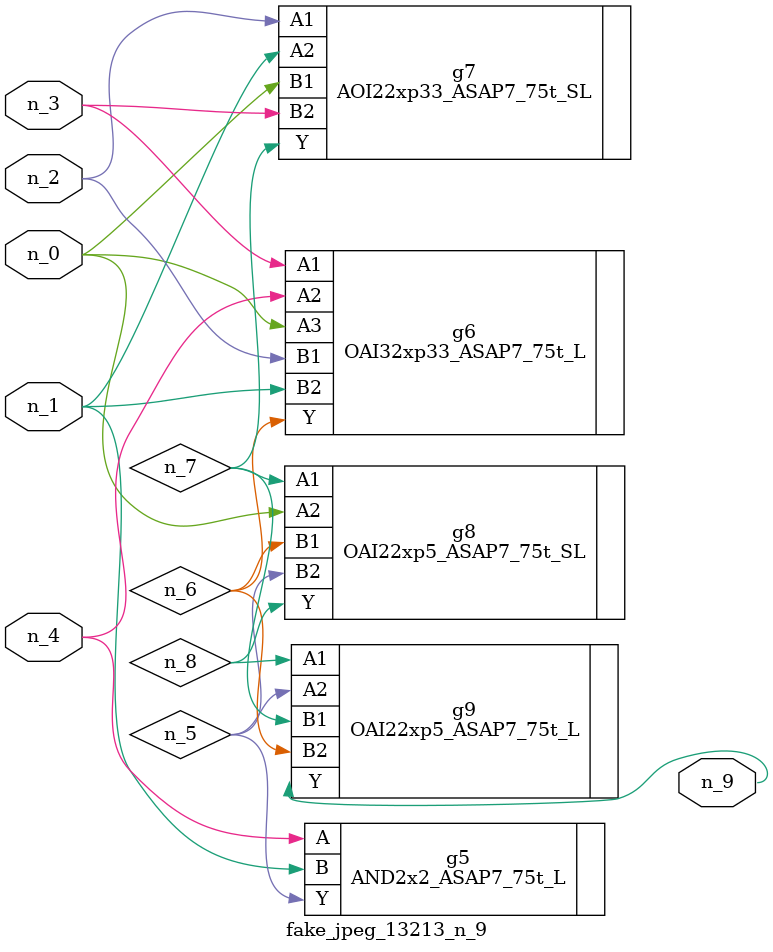
<source format=v>
module fake_jpeg_13213_n_9 (n_3, n_2, n_1, n_0, n_4, n_9);

input n_3;
input n_2;
input n_1;
input n_0;
input n_4;

output n_9;

wire n_8;
wire n_6;
wire n_5;
wire n_7;

AND2x2_ASAP7_75t_L g5 ( 
.A(n_4),
.B(n_1),
.Y(n_5)
);

OAI32xp33_ASAP7_75t_L g6 ( 
.A1(n_3),
.A2(n_4),
.A3(n_0),
.B1(n_2),
.B2(n_1),
.Y(n_6)
);

AOI22xp33_ASAP7_75t_SL g7 ( 
.A1(n_2),
.A2(n_1),
.B1(n_0),
.B2(n_3),
.Y(n_7)
);

OAI22xp5_ASAP7_75t_SL g8 ( 
.A1(n_7),
.A2(n_0),
.B1(n_6),
.B2(n_5),
.Y(n_8)
);

OAI22xp5_ASAP7_75t_L g9 ( 
.A1(n_8),
.A2(n_5),
.B1(n_7),
.B2(n_6),
.Y(n_9)
);


endmodule
</source>
